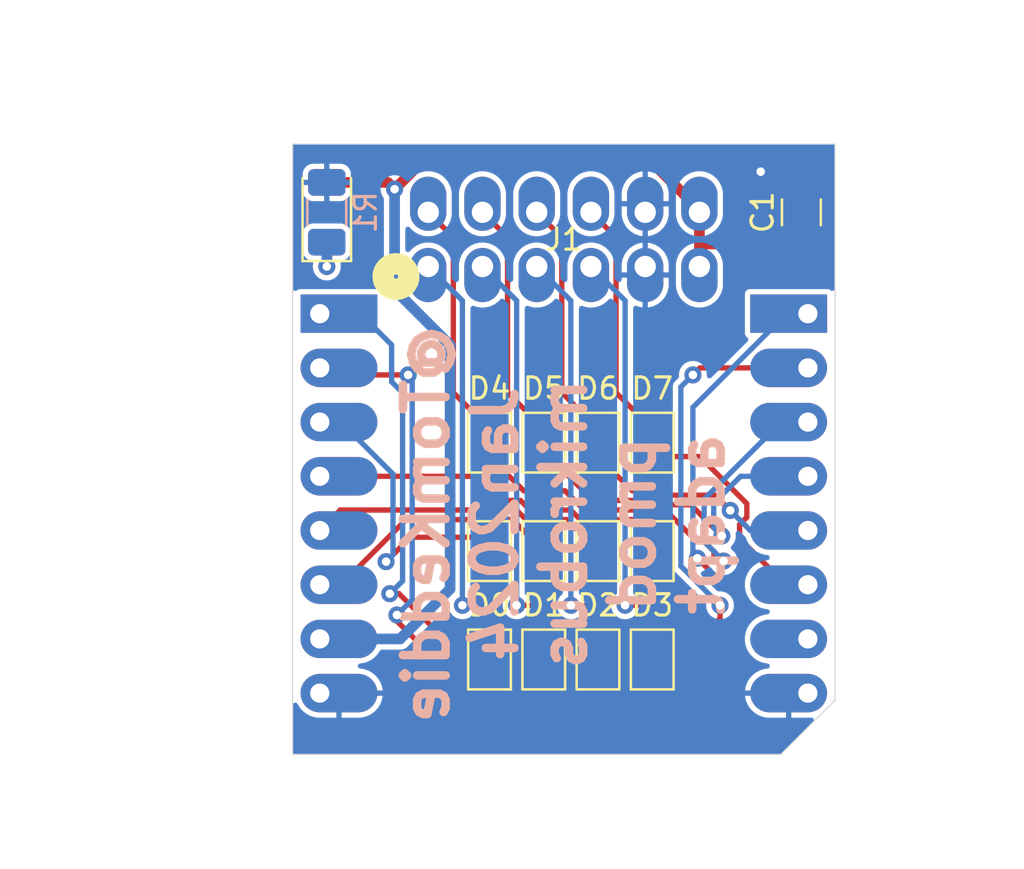
<source format=kicad_pcb>
(kicad_pcb (version 20221018) (generator pcbnew)
  (layers (0 "F.Cu" signal) (31 "B.Cu" signal) (34 "B.Paste" user) (35 "F.Paste" user) (36 "B.SilkS" user "B.Silkscreen") (37 "F.SilkS" user "F.Silkscreen") (38 "B.Mask" user) (39 "F.Mask" user) (44 "Edge.Cuts" user))
  (net 0 "")
  (net 1 "+3.3V")
  (net 2 "GND")
  (net 4 "/MD8")
  (net 5 "/PD0")
  (net 6 "/MD9")
  (net 7 "/PD1")
  (net 8 "/MD10")
  (net 9 "/PD2")
  (net 10 "/MD11")
  (net 11 "/PD3")
  (net 12 "/MD0")
  (net 13 "/MD1")
  (net 14 "/MD2")
  (net 15 "/MD3")
  (net 16 "/PD4")
  (net 17 "/MD4")
  (net 18 "/PD5")
  (net 19 "/MD5")
  (net 20 "/PD6")
  (net 21 "/MD6")
  (net 22 "/PD7")
  (net 23 "/MD7")
  (net 24 "Net-(LED1-K)")
  (footprint "tom-mechanical:SolderJumper-2_P1.3mm_Open_Pad1.0x1.5mm" (layer "F.Cu") (at 99.06 109.855 -90)
    (fp_text reference "ALTD1" hide)
    (fp_text value "SolderJumper_2_Open" hide)
    (fp_line (start -1.4 -1) (end 1.4 -1) (stroke (width 0.12)) (layer "F.SilkS"))
    (fp_line (start -1.4 1) (end -1.4 -1) (stroke (width 0.12)) (layer "F.SilkS"))
    (fp_line (start 1.4 -1) (end 1.4 1) (stroke (width 0.12)) (layer "F.SilkS"))
    (fp_line (start 1.4 1) (end -1.4 1) (stroke (width 0.12)) (layer "F.SilkS"))
    (pad "1" smd rect (at -0.65 0 270) (size 1 1.5) (layers "F.Cu" "F.Mask") (net 7 "/PD1"))
    (pad "2" smd rect (at 0.65 0 270) (size 1 1.5) (layers "F.Cu" "F.Mask") (net 6 "/MD9"))
  )
  (footprint "tom-mechanical:SolderJumper-2_P1.3mm_Bridged_Pad1.0x1.5mm" (layer "F.Cu") (at 101.6 99.695 -90)
    (fp_text reference "D6" (at -2.54 0 -180) (layer "F.SilkS"))
    (fp_text value "BRIDGED")
    (fp_line (start -1.4 -1) (end 1.4 -1) (stroke (width 0.12)) (layer "F.SilkS"))
    (fp_line (start -1.4 1) (end -1.4 -1) (stroke (width 0.12)) (layer "F.SilkS"))
    (fp_line (start 1.4 -1) (end 1.4 1) (stroke (width 0.12)) (layer "F.SilkS"))
    (fp_line (start 1.4 1) (end -1.4 1) (stroke (width 0.12)) (layer "F.SilkS"))
    (pad "1" smd custom (at -0.65 0 270) (size 1 1.5) (layers "F.Cu" "F.Mask") (net 20 "/PD6") (options (clearance outline) (anchor rect)) (primitives (gr_poly (pts (xy 0.4 -0.3) (xy 0.9 -0.3) (xy 0.9 0.3) (xy 0.4 0.3)) (width 0) (fill yes))))
    (pad "2" smd rect (at 0.65 0 270) (size 1 1.5) (layers "F.Cu" "F.Mask") (net 21 "/MD6"))
  )
  (footprint "tom-mechanical:SolderJumper-2_P1.3mm_Bridged_Pad1.0x1.5mm" (layer "F.Cu") (at 99.06 99.695 -90)
    (fp_text reference "D5" (at -2.54 0 -180) (layer "F.SilkS"))
    (fp_text value "BRIDGED")
    (fp_line (start -1.4 -1) (end 1.4 -1) (stroke (width 0.12)) (layer "F.SilkS"))
    (fp_line (start -1.4 1) (end -1.4 -1) (stroke (width 0.12)) (layer "F.SilkS"))
    (fp_line (start 1.4 -1) (end 1.4 1) (stroke (width 0.12)) (layer "F.SilkS"))
    (fp_line (start 1.4 1) (end -1.4 1) (stroke (width 0.12)) (layer "F.SilkS"))
    (pad "1" smd custom (at -0.65 0 270) (size 1 1.5) (layers "F.Cu" "F.Mask") (net 18 "/PD5") (options (clearance outline) (anchor rect)) (primitives (gr_poly (pts (xy 0.4 -0.3) (xy 0.9 -0.3) (xy 0.9 0.3) (xy 0.4 0.3)) (width 0) (fill yes))))
    (pad "2" smd rect (at 0.65 0 270) (size 1 1.5) (layers "F.Cu" "F.Mask") (net 19 "/MD5"))
  )
  (footprint "tom-mechanical:SolderJumper-2_P1.3mm_Bridged_Pad1.0x1.5mm" (layer "F.Cu") (at 101.6 104.775 90)
    (fp_text reference "D2" (at -2.54 0 180) (layer "F.SilkS"))
    (fp_text value "BRIDGED")
    (fp_line (start -1.4 -1) (end 1.4 -1) (stroke (width 0.12)) (layer "F.SilkS"))
    (fp_line (start -1.4 1) (end -1.4 -1) (stroke (width 0.12)) (layer "F.SilkS"))
    (fp_line (start 1.4 -1) (end 1.4 1) (stroke (width 0.12)) (layer "F.SilkS"))
    (fp_line (start 1.4 1) (end -1.4 1) (stroke (width 0.12)) (layer "F.SilkS"))
    (pad "1" smd custom (at -0.65 0 90) (size 1 1.5) (layers "F.Cu" "F.Mask") (net 9 "/PD2") (options (clearance outline) (anchor rect)) (primitives (gr_poly (pts (xy 0.4 -0.3) (xy 0.9 -0.3) (xy 0.9 0.3) (xy 0.4 0.3)) (width 0) (fill yes))))
    (pad "2" smd rect (at 0.65 0 90) (size 1 1.5) (layers "F.Cu" "F.Mask") (net 14 "/MD2"))
  )
  (footprint "tom-mechanical:SolderJumper-2_P1.3mm_Open_Pad1.0x1.5mm" (layer "F.Cu") (at 104.14 109.855 -90)
    (fp_text reference "ALTD3" hide)
    (fp_text value "SolderJumper_2_Open" hide)
    (fp_line (start -1.4 -1) (end 1.4 -1) (stroke (width 0.12)) (layer "F.SilkS"))
    (fp_line (start -1.4 1) (end -1.4 -1) (stroke (width 0.12)) (layer "F.SilkS"))
    (fp_line (start 1.4 -1) (end 1.4 1) (stroke (width 0.12)) (layer "F.SilkS"))
    (fp_line (start 1.4 1) (end -1.4 1) (stroke (width 0.12)) (layer "F.SilkS"))
    (pad "1" smd rect (at -0.65 0 270) (size 1 1.5) (layers "F.Cu" "F.Mask") (net 11 "/PD3"))
    (pad "2" smd rect (at 0.65 0 270) (size 1 1.5) (layers "F.Cu" "F.Mask") (net 10 "/MD11"))
  )
  (footprint "tom-mechanical:SolderJumper-2_P1.3mm_Bridged_Pad1.0x1.5mm" (layer "F.Cu") (at 96.52 99.695 -90)
    (fp_text reference "D4" (at -2.54 0) (layer "F.SilkS"))
    (fp_text value "BRIDGED")
    (fp_line (start -1.4 -1) (end 1.4 -1) (stroke (width 0.12)) (layer "F.SilkS"))
    (fp_line (start -1.4 1) (end -1.4 -1) (stroke (width 0.12)) (layer "F.SilkS"))
    (fp_line (start 1.4 -1) (end 1.4 1) (stroke (width 0.12)) (layer "F.SilkS"))
    (fp_line (start 1.4 1) (end -1.4 1) (stroke (width 0.12)) (layer "F.SilkS"))
    (pad "1" smd custom (at -0.65 0 270) (size 1 1.5) (layers "F.Cu" "F.Mask") (net 16 "/PD4") (options (clearance outline) (anchor rect)) (primitives (gr_poly (pts (xy 0.4 -0.3) (xy 0.9 -0.3) (xy 0.9 0.3) (xy 0.4 0.3)) (width 0) (fill yes))))
    (pad "2" smd rect (at 0.65 0 270) (size 1 1.5) (layers "F.Cu" "F.Mask") (net 17 "/MD4"))
  )
  (footprint "tom-mechanical:SolderJumper-2_P1.3mm_Open_Pad1.0x1.5mm" (layer "F.Cu") (at 96.52 109.855 -90)
    (fp_text reference "ALTD0" hide)
    (fp_text value "SolderJumper_2_Open" hide)
    (fp_line (start -1.4 -1) (end 1.4 -1) (stroke (width 0.12)) (layer "F.SilkS"))
    (fp_line (start -1.4 1) (end -1.4 -1) (stroke (width 0.12)) (layer "F.SilkS"))
    (fp_line (start 1.4 -1) (end 1.4 1) (stroke (width 0.12)) (layer "F.SilkS"))
    (fp_line (start 1.4 1) (end -1.4 1) (stroke (width 0.12)) (layer "F.SilkS"))
    (pad "1" smd rect (at -0.65 0 270) (size 1 1.5) (layers "F.Cu" "F.Mask") (net 5 "/PD0"))
    (pad "2" smd rect (at 0.65 0 270) (size 1 1.5) (layers "F.Cu" "F.Mask") (net 4 "/MD8"))
  )
  (footprint "tom-mechanical:SolderJumper-2_P1.3mm_Open_Pad1.0x1.5mm" (layer "F.Cu") (at 101.6 109.855 -90)
    (fp_text reference "ALTD2" hide)
    (fp_text value "SolderJumper_2_Open" hide)
    (fp_line (start -1.4 -1) (end 1.4 -1) (stroke (width 0.12)) (layer "F.SilkS"))
    (fp_line (start -1.4 1) (end -1.4 -1) (stroke (width 0.12)) (layer "F.SilkS"))
    (fp_line (start 1.4 -1) (end 1.4 1) (stroke (width 0.12)) (layer "F.SilkS"))
    (fp_line (start 1.4 1) (end -1.4 1) (stroke (width 0.12)) (layer "F.SilkS"))
    (pad "1" smd rect (at -0.65 0 270) (size 1 1.5) (layers "F.Cu" "F.Mask") (net 9 "/PD2"))
    (pad "2" smd rect (at 0.65 0 270) (size 1 1.5) (layers "F.Cu" "F.Mask") (net 8 "/MD10"))
  )
  (footprint "tom-modules:MIKROBUS_ADD_ON_SMALL" (layer "F.Cu") (at 100 100)
    (fp_text reference "U1" hide)
    (fp_text value "~")
    (fp_line (start -12.7 -14.3) (end -12.7 14.3) (stroke (width 0.05)) (layer "Edge.Cuts"))
    (fp_line (start -12.7 -14.3) (end 12.7 -14.3) (stroke (width 0.05)) (layer "Edge.Cuts"))
    (fp_line (start -12.7 14.3) (end 10.16 14.3) (stroke (width 0.05)) (layer "Edge.Cuts"))
    (fp_line (start 10.16 14.3) (end 12.7 11.76) (stroke (width 0.05)) (layer "Edge.Cuts"))
    (fp_line (start 12.7 -14.3) (end 12.7 11.76) (stroke (width 0.05)) (layer "Edge.Cuts"))
    (pad "A1" thru_hole rect (at -11.43 -6.35) (size 3.6 1.8) (drill 0.9 (offset 0.9 0)) (layers "*.Cu" "*.Mask") (net 4 "/MD8"))
    (pad "A2" thru_hole oval (at -11.43 -3.81) (size 3.6 1.8) (drill 0.9 (offset 0.9 0)) (layers "*.Cu" "*.Mask") (net 6 "/MD9"))
    (pad "A3" thru_hole oval (at -11.43 -1.27) (size 3.6 1.8) (drill 0.9 (offset 0.9 0)) (layers "*.Cu" "*.Mask") (net 12 "/MD0"))
    (pad "A4" thru_hole oval (at -11.43 1.27) (size 3.6 1.8) (drill 0.9 (offset 0.9 0)) (layers "*.Cu" "*.Mask") (net 15 "/MD3"))
    (pad "A5" thru_hole oval (at -11.43 3.81) (size 3.6 1.8) (drill 0.9 (offset 0.9 0)) (layers "*.Cu" "*.Mask") (net 14 "/MD2"))
    (pad "A6" thru_hole oval (at -11.43 6.35) (size 3.6 1.8) (drill 0.9 (offset 0.9 0)) (layers "*.Cu" "*.Mask") (net 13 "/MD1"))
    (pad "A7" thru_hole oval (at -11.43 8.89) (size 3.6 1.8) (drill 0.9 (offset 0.9 0)) (layers "*.Cu" "*.Mask") (net 1 "+3.3V"))
    (pad "A8" thru_hole oval (at -11.43 11.43) (size 3.6 1.8) (drill 0.9 (offset 0.9 0)) (layers "*.Cu" "*.Mask") (net 2 "GND"))
    (pad "B1" thru_hole rect (at 11.43 -6.35 180) (size 3.6 1.8) (drill 0.9 (offset 0.9 0)) (layers "*.Cu" "*.Mask") (net 8 "/MD10"))
    (pad "B2" thru_hole oval (at 11.43 -3.81 180) (size 3.6 1.8) (drill 0.9 (offset 0.9 0)) (layers "*.Cu" "*.Mask") (net 10 "/MD11"))
    (pad "B3" thru_hole oval (at 11.43 -1.27 180) (size 3.6 1.8) (drill 0.9 (offset 0.9 0)) (layers "*.Cu" "*.Mask") (net 17 "/MD4"))
    (pad "B4" thru_hole oval (at 11.43 1.27 180) (size 3.6 1.8) (drill 0.9 (offset 0.9 0)) (layers "*.Cu" "*.Mask") (net 19 "/MD5"))
    (pad "B5" thru_hole oval (at 11.43 3.81 180) (size 3.6 1.8) (drill 0.9 (offset 0.9 0)) (layers "*.Cu" "*.Mask") (net 21 "/MD6"))
    (pad "B6" thru_hole oval (at 11.43 6.35 180) (size 3.6 1.8) (drill 0.9 (offset 0.9 0)) (layers "*.Cu" "*.Mask") (net 23 "/MD7"))
    (pad "B7" thru_hole oval (at 11.43 8.89 180) (size 3.6 1.8) (drill 0.9 (offset 0.9 0)) (layers "*.Cu" "*.Mask"))
    (pad "B8" thru_hole oval (at 11.43 11.43 180) (size 3.6 1.8) (drill 0.9 (offset 0.9 0)) (layers "*.Cu" "*.Mask") (net 2 "GND"))
  )
  (footprint "tom-mechanical:SolderJumper-2_P1.3mm_Bridged_Pad1.0x1.5mm" (layer "F.Cu") (at 104.14 104.775 90)
    (fp_text reference "D3" (at -2.54 0 180) (layer "F.SilkS"))
    (fp_text value "BRIDGED")
    (fp_line (start -1.4 -1) (end 1.4 -1) (stroke (width 0.12)) (layer "F.SilkS"))
    (fp_line (start -1.4 1) (end -1.4 -1) (stroke (width 0.12)) (layer "F.SilkS"))
    (fp_line (start 1.4 -1) (end 1.4 1) (stroke (width 0.12)) (layer "F.SilkS"))
    (fp_line (start 1.4 1) (end -1.4 1) (stroke (width 0.12)) (layer "F.SilkS"))
    (pad "1" smd custom (at -0.65 0 90) (size 1 1.5) (layers "F.Cu" "F.Mask") (net 11 "/PD3") (options (clearance outline) (anchor rect)) (primitives (gr_poly (pts (xy 0.4 -0.3) (xy 0.9 -0.3) (xy 0.9 0.3) (xy 0.4 0.3)) (width 0) (fill yes))))
    (pad "2" smd rect (at 0.65 0 90) (size 1 1.5) (layers "F.Cu" "F.Mask") (net 15 "/MD3"))
  )
  (footprint "tom-mechanical:SolderJumper-2_P1.3mm_Bridged_Pad1.0x1.5mm" (layer "F.Cu") (at 104.14 99.695 -90)
    (fp_text reference "D7" (at -2.54 0 -180) (layer "F.SilkS"))
    (fp_text value "BRIDGED")
    (fp_line (start -1.4 -1) (end 1.4 -1) (stroke (width 0.12)) (layer "F.SilkS"))
    (fp_line (start -1.4 1) (end -1.4 -1) (stroke (width 0.12)) (layer "F.SilkS"))
    (fp_line (start 1.4 -1) (end 1.4 1) (stroke (width 0.12)) (layer "F.SilkS"))
    (fp_line (start 1.4 1) (end -1.4 1) (stroke (width 0.12)) (layer "F.SilkS"))
    (pad "1" smd custom (at -0.65 0 270) (size 1 1.5) (layers "F.Cu" "F.Mask") (net 22 "/PD7") (options (clearance outline) (anchor rect)) (primitives (gr_poly (pts (xy 0.4 -0.3) (xy 0.9 -0.3) (xy 0.9 0.3) (xy 0.4 0.3)) (width 0) (fill yes))))
    (pad "2" smd rect (at 0.65 0 270) (size 1 1.5) (layers "F.Cu" "F.Mask") (net 23 "/MD7"))
  )
  (footprint "tom-mechanical:SolderJumper-2_P1.3mm_Bridged_Pad1.0x1.5mm" (layer "F.Cu") (at 96.52 104.775 90)
    (fp_text reference "D0" (at -2.54 0 180) (layer "F.SilkS"))
    (fp_text value "BRIDGED")
    (fp_line (start -1.4 -1) (end 1.4 -1) (stroke (width 0.12)) (layer "F.SilkS"))
    (fp_line (start -1.4 1) (end -1.4 -1) (stroke (width 0.12)) (layer "F.SilkS"))
    (fp_line (start 1.4 -1) (end 1.4 1) (stroke (width 0.12)) (layer "F.SilkS"))
    (fp_line (start 1.4 1) (end -1.4 1) (stroke (width 0.12)) (layer "F.SilkS"))
    (pad "1" smd custom (at -0.65 0 90) (size 1 1.5) (layers "F.Cu" "F.Mask") (net 5 "/PD0") (options (clearance outline) (anchor rect)) (primitives (gr_poly (pts (xy 0.4 -0.3) (xy 0.9 -0.3) (xy 0.9 0.3) (xy 0.4 0.3)) (width 0) (fill yes))))
    (pad "2" smd rect (at 0.65 0 90) (size 1 1.5) (layers "F.Cu" "F.Mask") (net 12 "/MD0"))
  )
  (footprint "tom-connectors:PMOD_2X6_PTH_RA_SOCKET" (layer "F.Cu") (at 100 90.17 180)
    (fp_text reference "J1" (at 0 0) (layer "F.SilkS"))
    (fp_text value "PMOD-2x6-FEMALE" hide)
    (fp_circle (center 7.86 -1.74) (end 7.96 -1.74) (stroke (width 1)) (fill none) (layer "F.SilkS"))
    (pad "1" thru_hole oval (at 6.35 -1.27 90) (size 2.54 1.7) (drill 1 (offset -0.4 0)) (layers "*.Cu" "*.Mask") (net 5 "/PD0"))
    (pad "2" thru_hole oval (at 3.81 -1.27 90) (size 2.54 1.7) (drill 1 (offset -0.4 0)) (layers "*.Cu" "*.Mask") (net 7 "/PD1"))
    (pad "3" thru_hole oval (at 1.27 -1.27 90) (size 2.54 1.7) (drill 1 (offset -0.4 0)) (layers "*.Cu" "*.Mask") (net 9 "/PD2"))
    (pad "4" thru_hole oval (at -1.27 -1.27 90) (size 2.54 1.7) (drill 1 (offset -0.4 0)) (layers "*.Cu" "*.Mask") (net 11 "/PD3"))
    (pad "5" thru_hole oval (at -3.81 -1.27 90) (size 2.54 1.7) (drill 1 (offset -0.4 0)) (layers "*.Cu" "*.Mask") (net 2 "GND"))
    (pad "6" thru_hole oval (at -6.35 -1.27 90) (size 2.54 1.7) (drill 1 (offset -0.4 0)) (layers "*.Cu" "*.Mask") (net 1 "+3.3V"))
    (pad "7" thru_hole oval (at 6.35 1.27 90) (size 2.54 1.7) (drill 1 (offset 0.4 0)) (layers "*.Cu" "*.Mask") (net 16 "/PD4"))
    (pad "8" thru_hole oval (at 3.81 1.27 90) (size 2.54 1.7) (drill 1 (offset 0.4 0)) (layers "*.Cu" "*.Mask") (net 18 "/PD5"))
    (pad "9" thru_hole oval (at 1.27 1.27 90) (size 2.54 1.7) (drill 1 (offset 0.4 0)) (layers "*.Cu" "*.Mask") (net 20 "/PD6"))
    (pad "10" thru_hole oval (at -1.27 1.27 90) (size 2.54 1.7) (drill 1 (offset 0.4 0)) (layers "*.Cu" "*.Mask") (net 22 "/PD7"))
    (pad "11" thru_hole oval (at -3.81 1.27 90) (size 2.54 1.7) (drill 1 (offset 0.4 0)) (layers "*.Cu" "*.Mask") (net 2 "GND"))
    (pad "12" thru_hole oval (at -6.35 1.27 90) (size 2.54 1.7) (drill 1 (offset 0.4 0)) (layers "*.Cu" "*.Mask") (net 1 "+3.3V"))
  )
  (footprint "tom-passives:C_1206_3216Metric_Pad1.42x1.75mm_HandSolder" (layer "F.Cu") (at 111.125 88.9 90)
    (fp_text reference "C1" (at 0 -1.82 90) (layer "F.SilkS"))
    (fp_text value "10uF/10V")
    (fp_line (start -0.602064 -0.91) (end 0.602064 -0.91) (stroke (width 0.12)) (layer "F.SilkS"))
    (fp_line (start -0.602064 0.91) (end 0.602064 0.91) (stroke (width 0.12)) (layer "F.SilkS"))
    (pad "1" smd roundrect (at -1.4875 0 90) (size 1.425 1.75) (layers "F.Cu" "F.Paste" "F.Mask") (roundrect_rratio 0.175439) (net 1 "+3.3V"))
    (pad "2" smd roundrect (at 1.4875 0 90) (size 1.425 1.75) (layers "F.Cu" "F.Paste" "F.Mask") (roundrect_rratio 0.175439) (net 2 "GND"))
  )
  (footprint "tom-opto:LED_1206_3216Metric" (layer "F.Cu") (at 88.9 88.9 90)
    (fp_text reference "LED1" hide)
    (fp_text value "LED" hide)
    (fp_line (start -2.285 -1.135) (end -2.285 1.135) (stroke (width 0.12)) (layer "F.SilkS"))
    (fp_line (start -2.285 1.135) (end 1.6 1.135) (stroke (width 0.12)) (layer "F.SilkS"))
    (fp_line (start 1.6 -1.135) (end -2.285 -1.135) (stroke (width 0.12)) (layer "F.SilkS"))
    (pad "1" smd roundrect (at -1.4 0 90) (size 1.25 1.75) (layers "F.Cu" "F.Paste" "F.Mask") (roundrect_rratio 0.2) (net 24 "Net-(LED1-K)"))
    (pad "2" smd roundrect (at 1.4 0 90) (size 1.25 1.75) (layers "F.Cu" "F.Paste" "F.Mask") (roundrect_rratio 0.2) (net 1 "+3.3V"))
  )
  (footprint "tom-mechanical:SolderJumper-2_P1.3mm_Bridged_Pad1.0x1.5mm" (layer "F.Cu") (at 99.06 104.775 90)
    (fp_text reference "D1" (at -2.54 0 180) (layer "F.SilkS"))
    (fp_text value "BRIDGED")
    (fp_line (start -1.4 -1) (end 1.4 -1) (stroke (width 0.12)) (layer "F.SilkS"))
    (fp_line (start -1.4 1) (end -1.4 -1) (stroke (width 0.12)) (layer "F.SilkS"))
    (fp_line (start 1.4 -1) (end 1.4 1) (stroke (width 0.12)) (layer "F.SilkS"))
    (fp_line (start 1.4 1) (end -1.4 1) (stroke (width 0.12)) (layer "F.SilkS"))
    (pad "1" smd custom (at -0.65 0 90) (size 1 1.5) (layers "F.Cu" "F.Mask") (net 7 "/PD1") (options (clearance outline) (anchor rect)) (primitives (gr_poly (pts (xy 0.4 -0.3) (xy 0.9 -0.3) (xy 0.9 0.3) (xy 0.4 0.3)) (width 0) (fill yes))))
    (pad "2" smd rect (at 0.65 0 90) (size 1 1.5) (layers "F.Cu" "F.Mask") (net 13 "/MD1"))
  )
  (footprint "tom-passives:R_1206_3216Metric" (layer "B.Cu") (at 88.9 88.9 90)
    (fp_text reference "R1" (at 0 1.82 90) (layer "B.SilkS") (effects (justify mirror)))
    (fp_text value "1k")
    (fp_line (start -0.602064 -0.91) (end 0.602064 -0.91) (stroke (width 0.12)) (layer "B.SilkS"))
    (fp_line (start -0.602064 0.91) (end 0.602064 0.91) (stroke (width 0.12)) (layer "B.SilkS"))
    (pad "1" smd roundrect (at -1.4 0 90) (size 1.25 1.75) (layers "B.Cu" "B.Paste" "B.Mask") (roundrect_rratio 0.2) (net 24 "Net-(LED1-K)"))
    (pad "2" smd roundrect (at 1.4 0 90) (size 1.25 1.75) (layers "B.Cu" "B.Paste" "B.Mask") (roundrect_rratio 0.2) (net 2 "GND"))
  )
  (gr_text "@TomKeddie\nJan2024\nmikrobus\npmod\nadapt" (at 100 103.505 90) (layer "B.SilkS") (effects (font (size 2 2) (thickness 0.4) bold) (justify mirror)))
  (segment (start 106.35 90.17) (end 106.35 91.44) (width 0.5) (layer "F.Cu") (net 1))
  (segment (start 106.5675 90.3875) (end 106.35 90.17) (width 0.5) (layer "F.Cu") (net 1))
  (segment (start 103.928478 86.36) (end 106.35 88.781522) (width 0.5) (layer "F.Cu") (net 1))
  (segment (start 92.075 87.816522) (end 93.531522 86.36) (width 0.5) (layer "F.Cu") (net 1))
  (segment (start 106.35 88.781522) (end 106.35 88.9) (width 0.5) (layer "F.Cu") (net 1))
  (segment (start 106.35 88.9) (end 106.35 90.17) (width 0.5) (layer "F.Cu") (net 1))
  (segment (start 91.758478 87.5) (end 92.075 87.816522) (width 0.5) (layer "F.Cu") (net 1))
  (segment (start 93.531522 86.36) (end 103.928478 86.36) (width 0.5) (layer "F.Cu") (net 1))
  (segment (start 88.9 87.5) (end 91.758478 87.5) (width 0.5) (layer "F.Cu") (net 1))
  (segment (start 111.125 90.3875) (end 106.5675 90.3875) (width 0.5) (layer "F.Cu") (net 1))
  (via (at 92.075 87.816522) (size 0.8) (drill 0.4) (layers "F.Cu" "B.Cu") (net 1))
  (segment (start 94.675 95.123478) (end 92.075 92.523478) (width 0.5) (layer "B.Cu") (net 1))
  (segment (start 88.57 108.89) (end 92.334289 108.89) (width 0.5) (layer "B.Cu") (net 1))
  (segment (start 94.675 106.549289) (end 94.675 95.123478) (width 0.5) (layer "B.Cu") (net 1))
  (segment (start 92.075 92.523478) (end 92.075 87.816522) (width 0.5) (layer "B.Cu") (net 1))
  (segment (start 92.334289 108.89) (end 94.675 106.549289) (width 0.5) (layer "B.Cu") (net 1))
  (segment (start 88.57 111.43) (end 89.045 111.905) (width 0.5) (layer "F.Cu") (net 2))
  (segment (start 110.955 111.905) (end 111.43 111.43) (width 0.5) (layer "F.Cu") (net 2))
  (segment (start 111.125 87.4125) (end 109.6375 87.4125) (width 0.25) (layer "F.Cu") (net 2))
  (segment (start 109.6375 87.4125) (end 109.22 86.995) (width 0.25) (layer "F.Cu") (net 2))
  (via (at 109.22 86.995) (size 0.8) (drill 0.4) (layers "F.Cu" "B.Cu") (net 2))
  (segment (start 92.283985 106.771536) (end 91.851549 106.771536) (width 0.25) (layer "F.Cu") (net 4))
  (segment (start 96.017449 110.505) (end 92.283985 106.771536) (width 0.25) (layer "F.Cu") (net 4))
  (segment (start 96.52 110.505) (end 96.017449 110.505) (width 0.25) (layer "F.Cu") (net 4))
  (via (at 91.851549 106.771536) (size 0.8) (drill 0.4) (layers "F.Cu" "B.Cu") (net 4))
  (segment (start 91.935 95.11) (end 91.935 96.841016) (width 0.25) (layer "B.Cu") (net 4))
  (segment (start 90.475 93.65) (end 91.935 95.11) (width 0.25) (layer "B.Cu") (net 4))
  (segment (start 92.450071 106.173014) (end 91.851549 106.771536) (width 0.25) (layer "B.Cu") (net 4))
  (segment (start 91.935 96.841016) (end 92.450071 97.356087) (width 0.25) (layer "B.Cu") (net 4))
  (segment (start 92.450071 97.356087) (end 92.450071 106.173014) (width 0.25) (layer "B.Cu") (net 4))
  (segment (start 88.57 93.65) (end 90.475 93.65) (width 0.25) (layer "B.Cu") (net 4))
  (segment (start 96.52 107.315) (end 95.25 107.315) (width 0.25) (layer "F.Cu") (net 5))
  (segment (start 96.52 105.425) (end 96.52 107.315) (width 0.5) (layer "F.Cu") (net 5))
  (segment (start 96.52 107.315) (end 96.52 109.205) (width 0.5) (layer "F.Cu") (net 5))
  (via (at 95.25 107.315) (size 0.8) (drill 0.4) (layers "F.Cu" "B.Cu") (net 5))
  (segment (start 95.25 93.04) (end 93.65 91.44) (width 0.25) (layer "B.Cu") (net 5))
  (segment (start 95.25 107.315) (end 95.25 93.04) (width 0.25) (layer "B.Cu") (net 5))
  (segment (start 99.06 110.505) (end 98.235 111.33) (width 0.25) (layer "F.Cu") (net 6))
  (segment (start 95.457794 111.33) (end 92.183964 108.05617) (width 0.25) (layer "F.Cu") (net 6))
  (segment (start 92.71 96.52) (end 88.9 96.52) (width 0.25) (layer "F.Cu") (net 6))
  (segment (start 98.235 111.33) (end 95.457794 111.33) (width 0.25) (layer "F.Cu") (net 6))
  (segment (start 88.9 96.52) (end 88.57 96.19) (width 0.25) (layer "F.Cu") (net 6))
  (segment (start 92.183964 108.05617) (end 92.183964 107.767531) (width 0.25) (layer "F.Cu") (net 6))
  (via (at 92.71 96.52) (size 0.8) (drill 0.4) (layers "F.Cu" "B.Cu") (net 6))
  (via (at 92.183964 107.767531) (size 0.8) (drill 0.4) (layers "F.Cu" "B.Cu") (net 6))
  (segment (start 92.900071 96.710071) (end 92.900071 107.051424) (width 0.25) (layer "B.Cu") (net 6))
  (segment (start 92.900071 107.051424) (end 92.183964 107.767531) (width 0.25) (layer "B.Cu") (net 6))
  (segment (start 92.71 96.52) (end 92.900071 96.710071) (width 0.25) (layer "B.Cu") (net 6))
  (segment (start 99.06 107.315) (end 97.79 107.315) (width 0.25) (layer "F.Cu") (net 7))
  (segment (start 99.06 105.425) (end 99.06 107.315) (width 0.5) (layer "F.Cu") (net 7))
  (segment (start 99.06 107.315) (end 99.06 109.205) (width 0.5) (layer "F.Cu") (net 7))
  (via (at 97.79 107.315) (size 0.8) (drill 0.4) (layers "F.Cu" "B.Cu") (net 7))
  (segment (start 97.79 93.04) (end 96.19 91.44) (width 0.25) (layer "B.Cu") (net 7))
  (segment (start 97.79 107.315) (end 97.79 93.04) (width 0.25) (layer "B.Cu") (net 7))
  (segment (start 108.09 108.455) (end 108.09 106.993984) (width 0.25) (layer "F.Cu") (net 8))
  (segment (start 108.09 106.993984) (end 107.636016 106.54) (width 0.25) (layer "F.Cu") (net 8))
  (segment (start 107.636016 106.49) (end 106.255508 105.109492) (width 0.25) (layer "F.Cu") (net 8))
  (segment (start 107.636016 106.54) (end 107.636016 106.49) (width 0.25) (layer "F.Cu") (net 8))
  (segment (start 101.6 110.505) (end 102.425 111.33) (width 0.25) (layer "F.Cu") (net 8))
  (segment (start 102.425 111.33) (end 105.215 111.33) (width 0.25) (layer "F.Cu") (net 8))
  (segment (start 105.215 111.33) (end 108.09 108.455) (width 0.25) (layer "F.Cu") (net 8))
  (via (at 106.255508 105.109492) (size 0.8) (drill 0.4) (layers "F.Cu" "B.Cu") (net 8))
  (segment (start 106.045 104.898984) (end 106.255508 105.109492) (width 0.25) (layer "B.Cu") (net 8))
  (segment (start 111.43 93.65) (end 110.437588 93.65) (width 0.25) (layer "B.Cu") (net 8))
  (segment (start 110.437588 93.65) (end 106.045 98.042588) (width 0.25) (layer "B.Cu") (net 8))
  (segment (start 106.045 98.042588) (end 106.045 104.898984) (width 0.25) (layer "B.Cu") (net 8))
  (segment (start 101.6 107.315) (end 100.33 107.315) (width 0.25) (layer "F.Cu") (net 9))
  (segment (start 101.6 107.315) (end 101.6 109.205) (width 0.5) (layer "F.Cu") (net 9))
  (segment (start 101.6 105.425) (end 101.6 107.315) (width 0.5) (layer "F.Cu") (net 9))
  (via (at 100.33 107.315) (size 0.8) (drill 0.4) (layers "F.Cu" "B.Cu") (net 9))
  (segment (start 100.33 107.315) (end 100.33 93.04) (width 0.25) (layer "B.Cu") (net 9))
  (segment (start 100.33 93.04) (end 98.73 91.44) (width 0.25) (layer "B.Cu") (net 9))
  (segment (start 106.375 96.19) (end 111.43 96.19) (width 0.25) (layer "F.Cu") (net 10))
  (segment (start 106.045 96.52) (end 106.375 96.19) (width 0.25) (layer "F.Cu") (net 10))
  (segment (start 107.315 107.93) (end 107.315 107.315) (width 0.25) (layer "F.Cu") (net 10))
  (segment (start 104.14 110.505) (end 104.74 110.505) (width 0.25) (layer "F.Cu") (net 10))
  (segment (start 104.74 110.505) (end 107.315 107.93) (width 0.25) (layer "F.Cu") (net 10))
  (via (at 106.045 96.52) (size 0.8) (drill 0.4) (layers "F.Cu" "B.Cu") (net 10))
  (via (at 107.315 107.315) (size 0.8) (drill 0.4) (layers "F.Cu" "B.Cu") (net 10))
  (segment (start 105.480508 97.084492) (end 106.045 96.52) (width 0.25) (layer "B.Cu") (net 10))
  (segment (start 107.315 107.315) (end 105.480508 105.480508) (width 0.25) (layer "B.Cu") (net 10))
  (segment (start 105.480508 105.480508) (end 105.480508 97.084492) (width 0.25) (layer "B.Cu") (net 10))
  (segment (start 104.14 105.425) (end 104.14 107.315) (width 0.5) (layer "F.Cu") (net 11))
  (segment (start 104.14 107.315) (end 102.87 107.315) (width 0.25) (layer "F.Cu") (net 11))
  (segment (start 104.14 107.315) (end 104.14 109.205) (width 0.5) (layer "F.Cu") (net 11))
  (via (at 102.87 107.315) (size 0.8) (drill 0.4) (layers "F.Cu" "B.Cu") (net 11))
  (segment (start 102.87 93.04) (end 101.27 91.44) (width 0.25) (layer "B.Cu") (net 11))
  (segment (start 102.87 107.315) (end 102.87 93.04) (width 0.25) (layer "B.Cu") (net 11))
  (segment (start 96.52 104.125) (end 92.820071 104.125) (width 0.25) (layer "F.Cu") (net 12))
  (segment (start 92.820071 104.125) (end 91.675071 105.27) (width 0.25) (layer "F.Cu") (net 12))
  (via (at 91.675071 105.27) (size 0.8) (drill 0.4) (layers "F.Cu" "B.Cu") (net 12))
  (segment (start 89.562412 98.73) (end 92.000071 101.167659) (width 0.25) (layer "B.Cu") (net 12))
  (segment (start 92.000071 101.167659) (end 92.000071 104.945) (width 0.25) (layer "B.Cu") (net 12))
  (segment (start 92.000071 104.945) (end 91.675071 105.27) (width 0.25) (layer "B.Cu") (net 12))
  (segment (start 88.57 98.73) (end 89.562412 98.73) (width 0.25) (layer "B.Cu") (net 12))
  (segment (start 98.42 104.125) (end 97.595 103.3) (width 0.25) (layer "F.Cu") (net 13))
  (segment (start 99.06 104.125) (end 98.42 104.125) (width 0.25) (layer "F.Cu") (net 13))
  (segment (start 97.595 103.3) (end 92.612412 103.3) (width 0.25) (layer "F.Cu") (net 13))
  (segment (start 92.612412 103.3) (end 89.562412 106.35) (width 0.25) (layer "F.Cu") (net 13))
  (segment (start 89.562412 106.35) (end 88.57 106.35) (width 0.25) (layer "F.Cu") (net 13))
  (segment (start 100.96 104.125) (end 100.135 103.3) (width 0.25) (layer "F.Cu") (net 14))
  (segment (start 89.53 102.85) (end 88.57 103.81) (width 0.25) (layer "F.Cu") (net 14))
  (segment (start 100.135 103.3) (end 98.231396 103.3) (width 0.25) (layer "F.Cu") (net 14))
  (segment (start 97.781396 102.85) (end 89.53 102.85) (width 0.25) (layer "F.Cu") (net 14))
  (segment (start 101.6 104.125) (end 100.96 104.125) (width 0.25) (layer "F.Cu") (net 14))
  (segment (start 98.231396 103.3) (end 97.781396 102.85) (width 0.25) (layer "F.Cu") (net 14))
  (segment (start 103.315 103.3) (end 100.771396 103.3) (width 0.25) (layer "F.Cu") (net 15))
  (segment (start 100.321396 102.85) (end 98.417792 102.85) (width 0.25) (layer "F.Cu") (net 15))
  (segment (start 96.192792 101.27) (end 88.57 101.27) (width 0.25) (layer "F.Cu") (net 15))
  (segment (start 98.417792 102.85) (end 97.967792 102.4) (width 0.25) (layer "F.Cu") (net 15))
  (segment (start 97.967792 102.4) (end 97.322792 102.4) (width 0.25) (layer "F.Cu") (net 15))
  (segment (start 97.322792 102.4) (end 96.192792 101.27) (width 0.25) (layer "F.Cu") (net 15))
  (segment (start 104.14 104.125) (end 103.315 103.3) (width 0.25) (layer "F.Cu") (net 15))
  (segment (start 100.771396 103.3) (end 100.321396 102.85) (width 0.25) (layer "F.Cu") (net 15))
  (segment (start 94.825 90.075) (end 93.65 88.9) (width 0.25) (layer "F.Cu") (net 16))
  (segment (start 96.52 99.045) (end 94.825 97.35) (width 0.25) (layer "F.Cu") (net 16))
  (segment (start 94.825 97.35) (end 94.825 90.075) (width 0.25) (layer "F.Cu") (net 16))
  (segment (start 107.146484 105.241484) (end 107.483516 105.241484) (width 0.25) (layer "F.Cu") (net 17))
  (segment (start 98.125 101.95) (end 100.057792 101.95) (width 0.25) (layer "F.Cu") (net 17))
  (segment (start 103.501396 102.85) (end 103.706396 103.055) (width 0.25) (layer "F.Cu") (net 17))
  (segment (start 107.030508 105.125508) (end 107.146484 105.241484) (width 0.25) (layer "F.Cu") (net 17))
  (segment (start 104.96 103.055) (end 106.239492 104.334492) (width 0.25) (layer "F.Cu") (net 17))
  (segment (start 100.957792 102.85) (end 103.501396 102.85) (width 0.25) (layer "F.Cu") (net 17))
  (segment (start 107.030508 104.788476) (end 107.030508 105.125508) (width 0.25) (layer "F.Cu") (net 17))
  (segment (start 106.239492 104.334492) (end 106.576524 104.334492) (width 0.25) (layer "F.Cu") (net 17))
  (segment (start 100.057792 101.95) (end 100.957792 102.85) (width 0.25) (layer "F.Cu") (net 17))
  (segment (start 106.576524 104.334492) (end 107.030508 104.788476) (width 0.25) (layer "F.Cu") (net 17))
  (segment (start 103.706396 103.055) (end 104.96 103.055) (width 0.25) (layer "F.Cu") (net 17))
  (segment (start 96.52 100.345) (end 98.125 101.95) (width 0.25) (layer "F.Cu") (net 17))
  (via (at 107.483516 105.241484) (size 0.8) (drill 0.4) (layers "F.Cu" "B.Cu") (net 17))
  (segment (start 106.570539 104.328507) (end 107.483516 105.241484) (width 0.25) (layer "B.Cu") (net 17))
  (segment (start 110.183604 98.73) (end 106.570539 102.343065) (width 0.25) (layer "B.Cu") (net 17))
  (segment (start 111.43 98.73) (end 110.183604 98.73) (width 0.25) (layer "B.Cu") (net 17))
  (segment (start 106.570539 102.343065) (end 106.570539 104.328507) (width 0.25) (layer "B.Cu") (net 17))
  (segment (start 99.06 99.045) (end 97.365 97.35) (width 0.25) (layer "F.Cu") (net 18))
  (segment (start 97.365 97.35) (end 97.365 90.075) (width 0.25) (layer "F.Cu") (net 18))
  (segment (start 97.365 90.075) (end 96.19 88.9) (width 0.25) (layer "F.Cu") (net 18))
  (segment (start 105.943048 102.605) (end 107.400563 104.062515) (width 0.25) (layer "F.Cu") (net 19))
  (segment (start 99.06 100.345) (end 99.31 100.345) (width 0.25) (layer "F.Cu") (net 19))
  (segment (start 101.365 102.4) (end 103.687792 102.4) (width 0.25) (layer "F.Cu") (net 19))
  (segment (start 99.31 100.345) (end 101.365 102.4) (width 0.25) (layer "F.Cu") (net 19))
  (segment (start 103.687792 102.4) (end 103.892792 102.605) (width 0.25) (layer "F.Cu") (net 19))
  (segment (start 103.892792 102.605) (end 105.943048 102.605) (width 0.25) (layer "F.Cu") (net 19))
  (via (at 107.400563 104.062515) (size 0.8) (drill 0.4) (layers "F.Cu" "B.Cu") (net 19))
  (segment (start 111.43 101.27) (end 108.28 101.27) (width 0.25) (layer "B.Cu") (net 19))
  (segment (start 107.020539 103.682491) (end 107.400563 104.062515) (width 0.25) (layer "B.Cu") (net 19))
  (segment (start 107.020539 102.529461) (end 107.020539 103.682491) (width 0.25) (layer "B.Cu") (net 19))
  (segment (start 108.28 101.27) (end 107.020539 102.529461) (width 0.25) (layer "B.Cu") (net 19))
  (segment (start 101.6 99.045) (end 99.905 97.35) (width 0.25) (layer "F.Cu") (net 20))
  (segment (start 99.905 97.35) (end 99.905 90.075) (width 0.25) (layer "F.Cu") (net 20))
  (segment (start 99.905 90.075) (end 98.73 88.9) (width 0.25) (layer "F.Cu") (net 20))
  (segment (start 103.205 101.95) (end 103.874188 101.95) (width 0.25) (layer "F.Cu") (net 21))
  (segment (start 101.6 100.345) (end 103.205 101.95) (width 0.25) (layer "F.Cu") (net 21))
  (segment (start 103.874188 101.95) (end 104.079188 102.155) (width 0.25) (layer "F.Cu") (net 21))
  (segment (start 104.079188 102.155) (end 107.080539 102.155) (width 0.25) (layer "F.Cu") (net 21))
  (segment (start 107.080539 102.155) (end 107.795539 102.87) (width 0.25) (layer "F.Cu") (net 21))
  (via (at 107.795539 102.87) (size 0.8) (drill 0.4) (layers "F.Cu" "B.Cu") (net 21))
  (segment (start 108.735539 103.81) (end 107.795539 102.87) (width 0.25) (layer "B.Cu") (net 21))
  (segment (start 111.43 103.81) (end 108.735539 103.81) (width 0.25) (layer "B.Cu") (net 21))
  (segment (start 102.445 97.35) (end 102.445 90.075) (width 0.25) (layer "F.Cu") (net 22))
  (segment (start 102.445 90.075) (end 101.27 88.9) (width 0.25) (layer "F.Cu") (net 22))
  (segment (start 104.14 99.045) (end 102.445 97.35) (width 0.25) (layer "F.Cu") (net 22))
  (segment (start 108.23 103.531555) (end 108.23 104.185) (width 0.25) (layer "F.Cu") (net 23))
  (segment (start 106.366555 100.345) (end 108.570539 102.548984) (width 0.25) (layer "F.Cu") (net 23))
  (segment (start 108.570539 103.191016) (end 108.23 103.531555) (width 0.25) (layer "F.Cu") (net 23))
  (segment (start 104.14 100.345) (end 106.366555 100.345) (width 0.25) (layer "F.Cu") (net 23))
  (segment (start 108.570539 102.548984) (end 108.570539 103.191016) (width 0.25) (layer "F.Cu") (net 23))
  (segment (start 108.23 104.185) (end 110.395 106.35) (width 0.25) (layer "F.Cu") (net 23))
  (segment (start 110.395 106.35) (end 111.43 106.35) (width 0.25) (layer "F.Cu") (net 23))
  (segment (start 88.9 90.3) (end 88.9 91.44) (width 0.5) (layer "F.Cu") (net 24))
  (via (at 88.9 91.44) (size 0.8) (drill 0.4) (layers "F.Cu" "B.Cu") (net 24))
  (segment (start 88.9 91.44) (end 88.9 90.3) (width 0.5) (layer "B.Cu") (net 24))
  (zone (net 2) (net_name "GND") (layer "B.Cu") (connect_pads (clearance 0.25)) (min_thickness 0.25) (fill yes (thermal_gap 0.25) (thermal_bridge_width 0.25))
    (polygon (pts (xy 86.36 84.455) (xy 113.665 84.455) (xy 113.665 114.935) (xy 86.36 114.935)))
  )
)
</source>
